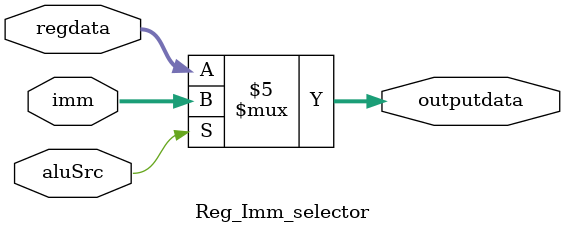
<source format=v>
`timescale 1ns / 1ps


module Reg_Imm_selector(
    input[31:0] regdata,
    input[31:0] imm,
    input aluSrc,
    output reg[31:0] outputdata
    );
    
    initial begin
        outputdata = 0;
    end
    
    always @(aluSrc or regdata or imm) begin
        if(aluSrc == 0) begin
            outputdata = regdata;
            $display("Reg_Imm_outdata is regdata%d",outputdata);
        end
        else begin
            outputdata = imm;
            $display("Reg_Imm_outdata is imm%d",outputdata);
        end
        
    end
endmodule

</source>
